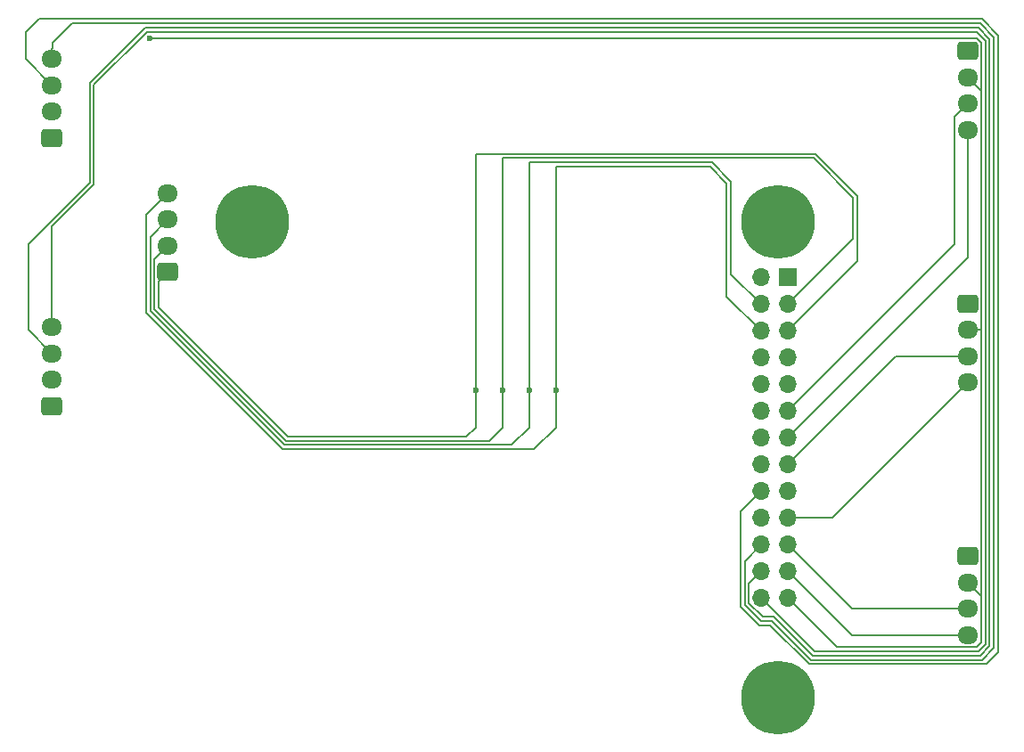
<source format=gtl>
%TF.GenerationSoftware,KiCad,Pcbnew,8.0.4-8.0.4-0~ubuntu22.04.1*%
%TF.CreationDate,2024-09-28T14:33:57-04:00*%
%TF.ProjectId,hivemind-pcb,68697665-6d69-46e6-942d-7063622e6b69,rev?*%
%TF.SameCoordinates,Original*%
%TF.FileFunction,Copper,L1,Top*%
%TF.FilePolarity,Positive*%
%FSLAX46Y46*%
G04 Gerber Fmt 4.6, Leading zero omitted, Abs format (unit mm)*
G04 Created by KiCad (PCBNEW 8.0.4-8.0.4-0~ubuntu22.04.1) date 2024-09-28 14:33:57*
%MOMM*%
%LPD*%
G01*
G04 APERTURE LIST*
G04 Aperture macros list*
%AMRoundRect*
0 Rectangle with rounded corners*
0 $1 Rounding radius*
0 $2 $3 $4 $5 $6 $7 $8 $9 X,Y pos of 4 corners*
0 Add a 4 corners polygon primitive as box body*
4,1,4,$2,$3,$4,$5,$6,$7,$8,$9,$2,$3,0*
0 Add four circle primitives for the rounded corners*
1,1,$1+$1,$2,$3*
1,1,$1+$1,$4,$5*
1,1,$1+$1,$6,$7*
1,1,$1+$1,$8,$9*
0 Add four rect primitives between the rounded corners*
20,1,$1+$1,$2,$3,$4,$5,0*
20,1,$1+$1,$4,$5,$6,$7,0*
20,1,$1+$1,$6,$7,$8,$9,0*
20,1,$1+$1,$8,$9,$2,$3,0*%
G04 Aperture macros list end*
%TA.AperFunction,ComponentPad*%
%ADD10O,1.950000X1.700000*%
%TD*%
%TA.AperFunction,ComponentPad*%
%ADD11RoundRect,0.250000X-0.725000X0.600000X-0.725000X-0.600000X0.725000X-0.600000X0.725000X0.600000X0*%
%TD*%
%TA.AperFunction,ComponentPad*%
%ADD12C,7.000000*%
%TD*%
%TA.AperFunction,ComponentPad*%
%ADD13RoundRect,0.250000X0.725000X-0.600000X0.725000X0.600000X-0.725000X0.600000X-0.725000X-0.600000X0*%
%TD*%
%TA.AperFunction,ComponentPad*%
%ADD14O,1.700000X1.700000*%
%TD*%
%TA.AperFunction,ComponentPad*%
%ADD15R,1.700000X1.700000*%
%TD*%
%TA.AperFunction,ViaPad*%
%ADD16C,0.600000*%
%TD*%
%TA.AperFunction,Conductor*%
%ADD17C,0.200000*%
%TD*%
G04 APERTURE END LIST*
D10*
%TO.P,Queen,4,Pin_4*%
%TO.N,Net-(OPiZero3-PC5)*%
X246500000Y-55250000D03*
%TO.P,Queen,3,Pin_3*%
%TO.N,Net-(OPiZero3-PC6)*%
X246500000Y-52750000D03*
%TO.P,Queen,2,Pin_2*%
%TO.N,Net-(Abs1-Pin_2)*%
X246500000Y-50250000D03*
D11*
%TO.P,Queen,1,Pin_1*%
%TO.N,Net-(Abs1-Pin_1)*%
X246500000Y-47750000D03*
%TD*%
D10*
%TO.P,Checkers1,4,Pin_4*%
%TO.N,N/C*%
X246500000Y-103250000D03*
%TO.P,Checkers1,3,Pin_3*%
X246500000Y-100750000D03*
%TO.P,Checkers1,2,Pin_2*%
%TO.N,Net-(Abs1-Pin_2)*%
X246500000Y-98250000D03*
D11*
%TO.P,Checkers1,1,Pin_1*%
%TO.N,Net-(Abs1-Pin_1)*%
X246500000Y-95750000D03*
%TD*%
D12*
%TO.P,REF\u002A\u002A,1*%
%TO.N,N/C*%
X228500000Y-64000000D03*
%TD*%
D10*
%TO.P,Abs,4,Pin_4*%
%TO.N,N/C*%
X159500000Y-48500000D03*
%TO.P,Abs,3,Pin_3*%
X159500000Y-51000000D03*
%TO.P,Abs,2,Pin_2*%
X159500000Y-53500000D03*
D13*
%TO.P,Abs,1,Pin_1*%
X159500000Y-56000000D03*
%TD*%
D10*
%TO.P,Skulls1,4,Pin_4*%
%TO.N,Net-(OPiZero3-Pin_19)*%
X246500000Y-79250000D03*
%TO.P,Skulls1,3,Pin_3*%
%TO.N,Net-(OPiZero3-PC8)*%
X246500000Y-76750000D03*
%TO.P,Skulls1,2,Pin_2*%
%TO.N,Net-(Abs1-Pin_2)*%
X246500000Y-74250000D03*
D11*
%TO.P,Skulls1,1,Pin_1*%
%TO.N,Net-(Abs1-Pin_1)*%
X246500000Y-71750000D03*
%TD*%
D12*
%TO.P,REF\u002A\u002A,1*%
%TO.N,N/C*%
X228500000Y-109150000D03*
%TD*%
D10*
%TO.P,LCD,4,GND*%
%TO.N,Net-(LCD1-GND)*%
X170500000Y-61250000D03*
%TO.P,LCD,3,VCC*%
%TO.N,Net-(LCD1-VCC)*%
X170500000Y-63750000D03*
%TO.P,LCD,2,SDA*%
%TO.N,Net-(LCD1-SDA)*%
X170500000Y-66250000D03*
D13*
%TO.P,LCD,1,SCK*%
%TO.N,Net-(LCD1-SCK)*%
X170500000Y-68750000D03*
%TD*%
D12*
%TO.P,REF\u002A\u002A,1*%
%TO.N,N/C*%
X178500000Y-64000000D03*
%TD*%
D10*
%TO.P,Stripes,4,Pin_4*%
%TO.N,Net-(OPiZero3-Pin_26)*%
X159500000Y-74000000D03*
%TO.P,Stripes,3,Pin_3*%
%TO.N,Net-(OPiZero3-Pin_24)*%
X159500000Y-76500000D03*
%TO.P,Stripes,2,Pin_2*%
%TO.N,Net-(Abs1-Pin_2)*%
X159500000Y-79000000D03*
D13*
%TO.P,Stripes,1,Pin_1*%
%TO.N,Net-(Abs1-Pin_1)*%
X159500000Y-81500000D03*
%TD*%
D14*
%TO.P,OPiZero3,26,Pin_26*%
%TO.N,Net-(OPiZero3-Pin_26)*%
X226860000Y-99730000D03*
%TO.P,OPiZero3,25,Pin_25*%
%TO.N,Net-(Abs1-Pin_2)*%
X229400000Y-99730000D03*
%TO.P,OPiZero3,24,Pin_24*%
%TO.N,Net-(OPiZero3-Pin_24)*%
X226860000Y-97190000D03*
%TO.P,OPiZero3,23,Pin_23*%
%TO.N,Net-(Checkers1-Pin_4)*%
X229400000Y-97190000D03*
%TO.P,OPiZero3,22,Pin_22*%
%TO.N,Net-(Abs1-Pin_4)*%
X226860000Y-94650000D03*
%TO.P,OPiZero3,21,Pin_21*%
%TO.N,Net-(Checkers1-Pin_3)*%
X229400000Y-94650000D03*
%TO.P,OPiZero3,20,Pin_20*%
%TO.N,unconnected-(OPiZero3-Pin_20-Pad20)*%
X226860000Y-92110000D03*
%TO.P,OPiZero3,19,Pin_19*%
%TO.N,Net-(OPiZero3-Pin_19)*%
X229400000Y-92110000D03*
%TO.P,OPiZero3,18,Pin_18*%
%TO.N,Net-(Abs1-Pin_3)*%
X226860000Y-89570000D03*
%TO.P,OPiZero3,17,Pin_17*%
%TO.N,unconnected-(OPiZero3-Pin_17-Pad17)*%
X229400000Y-89570000D03*
%TO.P,OPiZero3,16,Pin_16*%
%TO.N,unconnected-(OPiZero3-Pin_16-Pad16)*%
X226860000Y-87030000D03*
%TO.P,OPiZero3,15,PC8*%
%TO.N,Net-(OPiZero3-PC8)*%
X229400000Y-87030000D03*
%TO.P,OPiZero3,14,Pin_14*%
%TO.N,unconnected-(OPiZero3-Pin_14-Pad14)*%
X226860000Y-84490000D03*
%TO.P,OPiZero3,13,PC5*%
%TO.N,Net-(OPiZero3-PC5)*%
X229400000Y-84490000D03*
%TO.P,OPiZero3,12,Pin_12*%
%TO.N,unconnected-(OPiZero3-Pin_12-Pad12)*%
X226860000Y-81950000D03*
%TO.P,OPiZero3,11,PC6*%
%TO.N,Net-(OPiZero3-PC6)*%
X229400000Y-81950000D03*
%TO.P,OPiZero3,10,Pin_10*%
%TO.N,unconnected-(OPiZero3-Pin_10-Pad10)*%
X226860000Y-79410000D03*
%TO.P,OPiZero3,9,GND*%
%TO.N,unconnected-(OPiZero3-GND-Pad9)*%
X229400000Y-79410000D03*
%TO.P,OPiZero3,8,Pin_8*%
%TO.N,unconnected-(OPiZero3-Pin_8-Pad8)*%
X226860000Y-76870000D03*
%TO.P,OPiZero3,7,PC9*%
%TO.N,unconnected-(OPiZero3-PC9-Pad7)*%
X229400000Y-76870000D03*
%TO.P,OPiZero3,6,Pin_6*%
%TO.N,Net-(LCD1-GND)*%
X226860000Y-74330000D03*
%TO.P,OPiZero3,5,SCK*%
%TO.N,Net-(LCD1-SCK)*%
X229400000Y-74330000D03*
%TO.P,OPiZero3,4,Pin_4*%
%TO.N,Net-(LCD1-VCC)*%
X226860000Y-71790000D03*
%TO.P,OPiZero3,3,SDA*%
%TO.N,Net-(LCD1-SDA)*%
X229400000Y-71790000D03*
%TO.P,OPiZero3,2,Pin_2*%
%TO.N,unconnected-(OPiZero3-Pin_2-Pad2)*%
X226860000Y-69250000D03*
D15*
%TO.P,OPiZero3,1,3.3V*%
%TO.N,Net-(Abs1-Pin_1)*%
X229400000Y-69250000D03*
%TD*%
D16*
%TO.N,Net-(Abs1-Pin_2)*%
X168750000Y-46500000D03*
%TO.N,Net-(LCD1-SDA)*%
X202290000Y-80000000D03*
%TO.N,Net-(LCD1-SCK)*%
X199750000Y-80000000D03*
%TO.N,Net-(LCD1-VCC)*%
X204830000Y-80000000D03*
%TO.N,Net-(LCD1-GND)*%
X207370000Y-80000000D03*
%TD*%
D17*
%TO.N,Net-(Abs1-Pin_2)*%
X247775000Y-99525000D02*
X247775000Y-74250000D01*
X247775000Y-51525000D02*
X246500000Y-50250000D01*
X247775000Y-51525000D02*
X247775000Y-46915256D01*
X184250000Y-46500000D02*
X168750000Y-46500000D01*
X247775000Y-46915256D02*
X247359744Y-46500000D01*
X234070000Y-104400000D02*
X247350000Y-104400000D01*
X229400000Y-99730000D02*
X234070000Y-104400000D01*
X246500000Y-74250000D02*
X247775000Y-74250000D01*
X247775000Y-103975000D02*
X247775000Y-99525000D01*
X247775000Y-99525000D02*
X246500000Y-98250000D01*
X247359744Y-46500000D02*
X246500000Y-46500000D01*
X247350000Y-104400000D02*
X247775000Y-103975000D01*
X246500000Y-46500000D02*
X184500000Y-46500000D01*
X247775000Y-74250000D02*
X247775000Y-51525000D01*
X184500000Y-46500000D02*
X184250000Y-46500000D01*
%TO.N,Net-(Checkers1-Pin_3)*%
X229400000Y-94650000D02*
X235500000Y-100750000D01*
X235500000Y-100750000D02*
X246500000Y-100750000D01*
%TO.N,Net-(Checkers1-Pin_4)*%
X229400000Y-97190000D02*
X235460000Y-103250000D01*
X235460000Y-103250000D02*
X246500000Y-103250000D01*
%TO.N,Net-(LCD1-SDA)*%
X169225000Y-72290686D02*
X181709314Y-84775000D01*
X169225000Y-67525000D02*
X169225000Y-72290686D01*
X201015000Y-84775000D02*
X190750000Y-84775000D01*
X235600000Y-61665686D02*
X235600000Y-65590000D01*
X202290000Y-83500000D02*
X201015000Y-84775000D01*
X231834314Y-57900000D02*
X235600000Y-61665686D01*
X181709314Y-84775000D02*
X192000000Y-84775000D01*
X202290000Y-80000000D02*
X202290000Y-57900000D01*
X202290000Y-83500000D02*
X202290000Y-80000000D01*
X235600000Y-65590000D02*
X229400000Y-71790000D01*
X170500000Y-66250000D02*
X169225000Y-67525000D01*
X202290000Y-57900000D02*
X231834314Y-57900000D01*
%TO.N,Net-(LCD1-SCK)*%
X236000000Y-61500000D02*
X236000000Y-67730000D01*
X199750000Y-57500000D02*
X232000000Y-57500000D01*
X199750000Y-80000000D02*
X199750000Y-57500000D01*
X198875000Y-84375000D02*
X199750000Y-83500000D01*
X181875000Y-84375000D02*
X198875000Y-84375000D01*
X232000000Y-57500000D02*
X236000000Y-61500000D01*
X170500000Y-68750000D02*
X169625000Y-69625000D01*
X236000000Y-67730000D02*
X229400000Y-74330000D01*
X169625000Y-72125000D02*
X181875000Y-84375000D01*
X169625000Y-69625000D02*
X169625000Y-72125000D01*
X199750000Y-83500000D02*
X199750000Y-80000000D01*
%TO.N,Net-(LCD1-VCC)*%
X168825000Y-65425000D02*
X168825000Y-72456372D01*
X203155000Y-85175000D02*
X204830000Y-83500000D01*
X204830000Y-83500000D02*
X204830000Y-80000000D01*
X224000000Y-60134314D02*
X224000000Y-68930000D01*
X222165686Y-58300000D02*
X224000000Y-60134314D01*
X224000000Y-68930000D02*
X226860000Y-71790000D01*
X187250000Y-85175000D02*
X203155000Y-85175000D01*
X204830000Y-80000000D02*
X204830000Y-58300000D01*
X170500000Y-63750000D02*
X168825000Y-65425000D01*
X181543628Y-85175000D02*
X187250000Y-85175000D01*
X168825000Y-72456372D02*
X181543628Y-85175000D01*
X204830000Y-58300000D02*
X222165686Y-58300000D01*
%TO.N,Net-(LCD1-GND)*%
X205295000Y-85575000D02*
X207370000Y-83500000D01*
X168425000Y-63325000D02*
X168425000Y-72622058D01*
X207370000Y-83500000D02*
X207370000Y-80000000D01*
X223600000Y-60300000D02*
X223600000Y-71070000D01*
X223600000Y-71070000D02*
X226860000Y-74330000D01*
X168425000Y-72622058D02*
X181377942Y-85575000D01*
X207370000Y-80000000D02*
X207370000Y-58700000D01*
X207370000Y-58700000D02*
X208000000Y-58700000D01*
X222000000Y-58700000D02*
X223600000Y-60300000D01*
X208000000Y-58700000D02*
X222000000Y-58700000D01*
X181377942Y-85575000D02*
X190500000Y-85575000D01*
X170500000Y-61250000D02*
X168425000Y-63325000D01*
X190500000Y-85575000D02*
X205295000Y-85575000D01*
%TO.N,Net-(OPiZero3-Pin_24)*%
X226860000Y-97190000D02*
X226860000Y-96445786D01*
%TO.N,Net-(OPiZero3-PC6)*%
X229400000Y-81950000D02*
X244675000Y-66675000D01*
X244675000Y-66675000D02*
X245225000Y-66125000D01*
X245225000Y-66125000D02*
X245225000Y-54025000D01*
X245225000Y-54025000D02*
X246500000Y-52750000D01*
%TO.N,Net-(OPiZero3-Pin_19)*%
X229400000Y-92110000D02*
X233640000Y-92110000D01*
X233640000Y-92110000D02*
X246500000Y-79250000D01*
%TO.N,Net-(OPiZero3-PC8)*%
X229400000Y-87030000D02*
X239680000Y-76750000D01*
X239680000Y-76750000D02*
X246500000Y-76750000D01*
%TO.N,Net-(OPiZero3-PC5)*%
X229400000Y-84490000D02*
X246500000Y-67390000D01*
X246500000Y-67390000D02*
X246500000Y-55250000D01*
%TO.N,Net-(Abs1-Pin_3)*%
X156972000Y-48472000D02*
X159500000Y-51000000D01*
X156972000Y-45974000D02*
X156972000Y-48472000D01*
X247822487Y-44700000D02*
X158246000Y-44700000D01*
X249400000Y-46277513D02*
X247822487Y-44700000D01*
X249400000Y-104850000D02*
X249400000Y-46277513D01*
X248250000Y-106000000D02*
X249400000Y-104850000D01*
X227716801Y-102298173D02*
X231418628Y-106000000D01*
X158246000Y-44700000D02*
X156972000Y-45974000D01*
X226670455Y-102298173D02*
X227716801Y-102298173D01*
X231418628Y-106000000D02*
X248250000Y-106000000D01*
X224910000Y-100537718D02*
X226670455Y-102298173D01*
X224910000Y-91520000D02*
X224910000Y-100537718D01*
X226860000Y-89570000D02*
X224910000Y-91520000D01*
%TO.N,Net-(Abs1-Pin_4)*%
X159500000Y-47510000D02*
X159500000Y-48500000D01*
X226860000Y-94650000D02*
X225310000Y-96200000D01*
X226836141Y-101898173D02*
X227882487Y-101898173D01*
X161402000Y-45100000D02*
X159512000Y-46990000D01*
X225310000Y-100372032D02*
X226836141Y-101898173D01*
X231584314Y-105600000D02*
X247847058Y-105600000D01*
X247847058Y-105600000D02*
X249000000Y-104447058D01*
X225310000Y-96200000D02*
X225310000Y-100372032D01*
X249000000Y-104447058D02*
X249000000Y-46443199D01*
X249000000Y-46443199D02*
X247656801Y-45100000D01*
X227882487Y-101898173D02*
X231584314Y-105600000D01*
X247656801Y-45100000D02*
X161402000Y-45100000D01*
X159512000Y-46990000D02*
X159512000Y-47498000D01*
X159512000Y-47498000D02*
X159500000Y-47510000D01*
%TO.N,Net-(OPiZero3-Pin_24)*%
X226860000Y-97190000D02*
X225710000Y-98340000D01*
X231750000Y-105200000D02*
X247681372Y-105200000D01*
X248575000Y-104306372D02*
X248575000Y-46583885D01*
X225710000Y-100206346D02*
X227001827Y-101498173D01*
X227001827Y-101498173D02*
X228048173Y-101498173D01*
X247491115Y-45500000D02*
X168335785Y-45500000D01*
X228048173Y-101498173D02*
X231750000Y-105200000D01*
X248575000Y-46583885D02*
X247491115Y-45500000D01*
X225710000Y-98340000D02*
X225710000Y-100206346D01*
X247681372Y-105200000D02*
X248575000Y-104306372D01*
X168335785Y-45500000D02*
X163068000Y-50767785D01*
X163068000Y-60242256D02*
X163068000Y-57658000D01*
X157226000Y-66084256D02*
X163068000Y-60242256D01*
X157226000Y-74226000D02*
X157226000Y-66084256D01*
X159500000Y-76500000D02*
X157226000Y-74226000D01*
X163068000Y-50767785D02*
X163068000Y-57658000D01*
%TO.N,Net-(OPiZero3-Pin_26)*%
X159500000Y-64375942D02*
X159500000Y-74000000D01*
X163468000Y-50933471D02*
X163468000Y-60407942D01*
X168501471Y-45900000D02*
X163468000Y-50933471D01*
X248175000Y-46749571D02*
X247325429Y-45900000D01*
X248175000Y-104140686D02*
X248175000Y-46749571D01*
X247325429Y-45900000D02*
X168501471Y-45900000D01*
X247515686Y-104800000D02*
X248175000Y-104140686D01*
X231930000Y-104800000D02*
X247515686Y-104800000D01*
X163468000Y-60407942D02*
X159500000Y-64375942D01*
X226860000Y-99730000D02*
X231930000Y-104800000D01*
%TD*%
M02*

</source>
